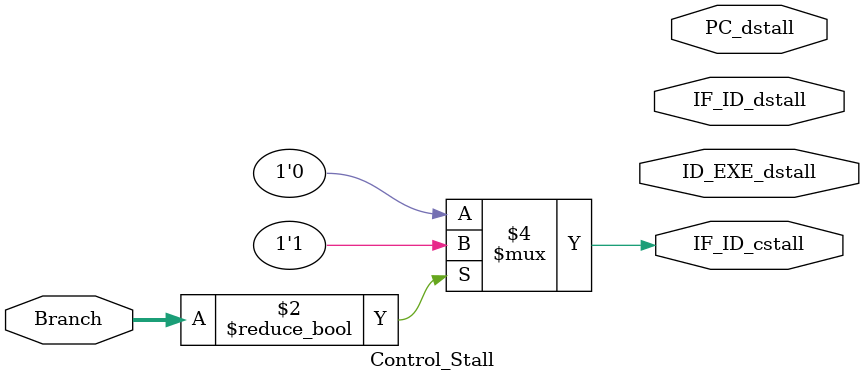
<source format=v>
`timescale 1ps / 1ps


module Control_Stall(
        input [1:0] Branch,
        output reg IF_ID_cstall,

        output reg PC_dstall,
        output reg IF_ID_dstall,
        output reg ID_EXE_dstall      
    );
    always @ (*) begin
        IF_ID_cstall = 1'b0;

        if (Branch[1:0] != 2'b00) begin
            IF_ID_cstall = 1'b1;

        end
    end
endmodule

</source>
